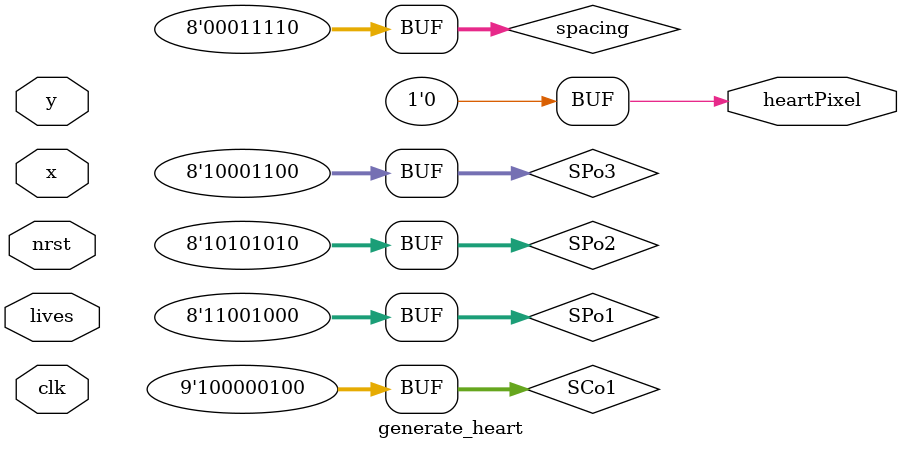
<source format=sv>

module generate_heart (
 // This module intakes coordinates of the blocks containing the heart and outputs the pixel the heart is on
 input  logic       clk, nrst,
 input  logic [8:0] x, // not needded since SCo1 and SPo1 is hardcoded
 input  logic [7:0] y, // not needded since SCo1 and SPo1 is hardcoded
 input  logic [1:0] lives,
 output logic       heartPixel
);
 logic [7:0] spacing =  30;
 logic [8:0] SCo1    = 260;                    // first heart x coordinates         <--- module's input x
 logic [7:0] SPo1    = 200;                    // top    heart y coordinates        <--- module's input y
 logic [7:0] SPo2    = SPo1 -  spacing;        // second heart y coordinates
 logic [7:0] SPo3    = SPo1 - (spacing * 2);   // third  heart y coordinates


assign heartPixel = 0;
endmodule
/*
 logic heartDetect; // 1 bit since boolean 0 or 1
 //logic [1:0] death;


 always_comb begin


  if ((
  // heart 1 permpixel
     ((x == SCo1 + 10) && (y == SPo1 +  0))                         // row 0
  || (((x >= SCo1 +  9) && (x <= SCo1 + 11)) &&   (y == SPo1 +  1)) // row 1
  || (((x >= SCo1 +  8) && (x <= SCo1 + 12)) &&   (y == SPo1 +  2)) // row 2
  || (((x >= SCo1 +  7) && (x <= SCo1 + 13)) &&   (y == SPo1 +  3)) // row 3
  || (((x >= SCo1 +  6) && (x <= SCo1 + 14)) &&   (y == SPo1 +  4)) // row 4
  || (((x >= SCo1 +  5) && (x <= SCo1 + 15)) &&   (y == SPo1 +  5)) // row 5
  || (((x >= SCo1 +  4) && (x <= SCo1 + 16)) &&   (y == SPo1 +  6)) // row 6
  || (((x >= SCo1 +  3) && (x <= SCo1 + 17)) &&   (y == SPo1 +  7)) // row 7
  || (((x >= SCo1 +  2) && (x <= SCo1 + 18)) &&   (y == SPo1 +  8)) // row 8
  || ((((x >= SCo1 +  3) && (x <= SCo1 +  8)) || ((x >= SCo1 + 12) && (x <= SCo1 +  17))) && (y == SPo1 + 19)) // row 19
  || ((((x >= SCo1 +  5) && (x <= SCo1 +  7)) || ((x >= SCo1 + 13) && (x <= SCo1 +  15))) && (y == SPo1 + 20)) // row 20
  // heart 2 permpixel
  || (((x == SCo1 + 10) && (y == SPo2 +  0))                        // row 0
  || (((x >= SCo1 +  9) && (x <= SCo1 + 11)) &&   (y == SPo2 +  1)) // row 1
  || (((x >= SCo1 +  8) && (x <= SCo1 + 12)) &&   (y == SPo2 +  2)) // row 2
  || (((x >= SCo1 +  7) && (x <= SCo1 + 13)) &&   (y == SPo2 +  3)) // row 3
  || (((x >= SCo1 +  6) && (x <= SCo1 + 14)) &&   (y == SPo2 +  4)) // row 4
  || (((x >= SCo1 +  5) && (x <= SCo1 + 15)) &&   (y == SPo2 +  5)) // row 5
  || (((x >= SCo1 +  4) && (x <= SCo1 + 16)) &&   (y == SPo2 +  6)) // row 6
  || (((x >= SCo1 +  3) && (x <= SCo1 + 17)) &&   (y == SPo2 +  7)) // row 7
  || (((x >= SCo1 +  2) && (x <= SCo1 + 18)) &&   (y == SPo2 +  8)) // row 8
  || ((((x >= SCo1 +  3) && (x <= SCo1 +  8)) || ((x >= SCo1 + 12) && (x <= SCo1 +  17))) && (y == SPo2 + 19)) // row 19
  || ((((x >= SCo1 +  5) && (x <= SCo1 +  7)) || ((x >= SCo1 + 13) && (x <= SCo1 +  15))) && (y == SPo2 + 20)))// row 20
  // heart 3 permpixel
  || (((x == SCo1 + 10) && (y == SPo3 +  0))                        // row 0
  || (((x >= SCo1 +  9) && (x <= SCo1 + 11)) &&   (y == SPo3 +  1)) // row 1
  || (((x >= SCo1 +  8) && (x <= SCo1 + 12)) &&   (y == SPo3 +  2)) // row 2
  || (((x >= SCo1 +  7) && (x <= SCo1 + 13)) &&   (y == SPo3 +  3)) // row 3
  || (((x >= SCo1 +  6) && (x <= SCo1 + 14)) &&   (y == SPo3 +  4)) // row 4
  || (((x >= SCo1 +  5) && (x <= SCo1 + 15)) &&   (y == SPo3 +  5)) // row 5
  || (((x >= SCo1 +  4) && (x <= SCo1 + 16)) &&   (y == SPo3 +  6)) // row 6
  || (((x >= SCo1 +  3) && (x <= SCo1 + 17)) &&   (y == SPo3 +  7)) // row 7
  || (((x >= SCo1 +  2) && (x <= SCo1 + 18)) &&   (y == SPo3 +  8)) // row 8
  || ((((x >= SCo1 +  3) && (x <= SCo1 +  8)) || ((x >= SCo1 + 12) && (x <= SCo1 +  17))) && (y == SPo3 + 19))   // row 19
  || ((((x >= SCo1 +  5) && (x <= SCo1 +  7)) || ((x >= SCo1 + 13) && (x <= SCo1 +  15))) && (y == SPo3 + 20)))) // row 20


  // all hearts uncracked
  || ((lives == 3)
     // heart 1 no crack
     && ((((x >= SCo1 +  1) && (x <= SCo1 + 19)) && (((y >= SPo1 +  9) && (y <= SPo1 + 10)) || ((y >= SPo1 + 16) && (y <= SPo1 + 17)))) // row 9, 10, 16, 17
     ||  (((x >= SCo1 +  0) && (x <= SCo1 + 20)) &&  ((y >= SPo1 + 11) && (y <= SPo1 + 15)))                                            // row 11, 12, 13, 14, 15
     || ((((x >= SCo1 +  2) && (x <= SCo1 +  9)) || ((x >= SCo1 + 11) && (x <= SCo1 +  18))) && (y == SPo1 + 18))                       // row 18
     // heart 2 no crack
     || (((x >= SCo1 +  1) && (x <= SCo1 + 19)) && (((y >= SPo2 +  9) && (y <= SPo2 + 10)) || ((y >= SPo2 + 16) && (y <= SPo2 + 17))))
     || (((x >= SCo1 +  0) && (x <= SCo1 + 20)) &&  ((y >= SPo2 + 11) && (y <= SPo2 + 15)))
     || ((((x >= SCo1 +  2) && (x <= SCo1 +  9)) || ((x >= SCo1 + 11) && (x <= SCo1 +  18))) && (y == SPo2 + 18))
     // heart 3 no crack
     || (((x >= SCo1 +  1) && (x <= SCo1 + 19)) && (((y >= SPo3 +  9) && (y <= SPo3 + 10)) || ((y >= SPo3 + 16) && (y <= SPo3 + 17))))
     || (((x >= SCo1 +  0) && (x <= SCo1 + 20)) &&  ((y >= SPo3 + 11) && (y <= SPo3 + 15)))
     || ((((x >= SCo1 +  2) && (x <= SCo1 +  9)) || ((x >= SCo1 + 11) && (x <= SCo1 +  18))) && (y == SPo3 + 18))))


 // bottom heart cracked
 || ((lives == 2)
    // heart 1 no crack
    && ((((x >= SCo1 +  1) && (x <= SCo1 + 19)) && (((y >= SPo1 +  9) && (y <= SPo1 + 10)) || ((y >= SPo1 + 16) && (y <= SPo1 + 17))))
    ||  (((x >= SCo1 +  0) && (x <= SCo1 + 20)) &&  ((y >= SPo1 + 11) && (y <= SPo1 + 15)))
    || ((((x >= SCo1 +  2) && (x <= SCo1 +  9)) || ((x >= SCo1 + 11) && (x <= SCo1 +  18))) && (y == SPo1 + 18))
    // heart 2 no crack
    || (((x >= SCo1 +  1) && (x <= SCo1 + 19)) && (((y >= SPo2 +  9) && (y <= SPo2 + 10)) || ((y >= SPo2 + 16) && (y <= SPo2 + 17))))
    || (((x >= SCo1 +  0) && (x <= SCo1 + 20)) &&  ((y >= SPo2 + 11) && (y <= SPo2 + 15)))
    || ((((x >= SCo1 +  2) && (x <= SCo1 +  9)) || ((x >= SCo1 + 11) && (x <= SCo1 +  18))) && (y == SPo2 + 18))
    // heart 3 crack
    || ((((x >= SCo1 +  1) && (x <= SCo1 + 10)) || ((x >= SCo1 + 12) && (x <= SCo1 +  19))) && (y == SPo3 +  9))   // row 9
    || ((((x >= SCo1 +  1) && (x <= SCo1 +  9)) || ((x >= SCo1 + 12) && (x <= SCo1 +  19))) && (y == SPo3 + 10))   // row 10
    || ((((x >= SCo1 +  0) && (x <= SCo1 +  9)) || ((x >= SCo1 + 11) && (x <= SCo1 +  20))) && (y == SPo3 + 11))   // row 11
    || ((((x >= SCo1 +  0) && (x <= SCo1 +  8)) || ((x >= SCo1 + 11) && (x <= SCo1 +  20))) && (y == SPo3 + 12))   // row 12
    || ((((x >= SCo1 +  0) && (x <= SCo1 +  7)) || ((x >= SCo1 + 10) && (x <= SCo1 +  20))) && (y == SPo3 + 13))   // row 13
    || ((((x >= SCo1 +  0) && (x <= SCo1 +  8)) || ((x >= SCo1 + 11) && (x <= SCo1 +  20))) && (y == SPo3 + 14))   // row 14
    || ((((x >= SCo1 +  0) && (x <= SCo1 +  9)) || ((x >= SCo1 + 12) && (x <= SCo1 +  20))) && (y == SPo3 + 15))   // row 15
    || ((((x >= SCo1 +  1) && (x <= SCo1 + 10)) || ((x >= SCo1 + 13) && (x <= SCo1 +  19))) && (y == SPo3 + 16))   // row 16
    || ((((x >= SCo1 +  1) && (x <= SCo1 +  9)) || ((x >= SCo1 + 12) && (x <= SCo1 +  19))) && (y == SPo3 + 17))   // row 17
    || ((((x >= SCo1 +  2) && (x <= SCo1 +  8)) || ((x >= SCo1 + 11) && (x <= SCo1 +  18))) && (y == SPo3 + 18)))) // row 18


 // middle heart also cracked
 || ((lives == 1)
    // heart 1 no crack
    && ((((x >= SCo1 +  1) && (x <= SCo1 + 19)) && (((y >= SPo1 +  9) && (y <= SPo1 + 10)) || ((y >= SPo1 + 16) && (y <= SPo1 + 17))))
    ||  (((x >= SCo1 +  0) && (x <= SCo1 + 20)) &&  ((y >= SPo1 + 11) && (y <= SPo1 + 15)))
    || ((((x >= SCo1 +  2) && (x <= SCo1 +  9)) || ((x >= SCo1 + 11) && (x <= SCo1 +  18))) && (y == SPo1 + 18))
    // heart 2 crack
    || ((((x >= SCo1 +  1) && (x <= SCo1 + 10)) || ((x >= SCo1 + 12) && (x <= SCo1 +  19))) && (y == SPo2 +  9))
    || ((((x >= SCo1 +  1) && (x <= SCo1 +  9)) || ((x >= SCo1 + 12) && (x <= SCo1 +  19))) && (y == SPo2 + 10))
    || ((((x >= SCo1 +  0) && (x <= SCo1 +  9)) || ((x >= SCo1 + 11) && (x <= SCo1 +  20))) && (y == SPo2 + 11))
    || ((((x >= SCo1 +  0) && (x <= SCo1 +  8)) || ((x >= SCo1 + 11) && (x <= SCo1 +  20))) && (y == SPo2 + 12))
    || ((((x >= SCo1 +  0) && (x <= SCo1 +  7)) || ((x >= SCo1 + 10) && (x <= SCo1 +  20))) && (y == SPo2 + 13))
    || ((((x >= SCo1 +  0) && (x <= SCo1 +  8)) || ((x >= SCo1 + 11) && (x <= SCo1 +  20))) && (y == SPo2 + 14))
    || ((((x >= SCo1 +  0) && (x <= SCo1 +  9)) || ((x >= SCo1 + 12) && (x <= SCo1 +  20))) && (y == SPo2 + 15))
    || ((((x >= SCo1 +  1) && (x <= SCo1 + 10)) || ((x >= SCo1 + 13) && (x <= SCo1 +  19))) && (y == SPo2 + 16))
    || ((((x >= SCo1 +  1) && (x <= SCo1 +  9)) || ((x >= SCo1 + 12) && (x <= SCo1 +  19))) && (y == SPo2 + 17))
    || ((((x >= SCo1 +  2) && (x <= SCo1 +  8)) || ((x >= SCo1 + 11) && (x <= SCo1 +  18))) && (y == SPo2 + 18))
    // heart 3 crack
    || ((((x >= SCo1 +  1) && (x <= SCo1 + 10)) || ((x >= SCo1 + 12) && (x <= SCo1 +  19))) && (y == SPo3 +  9))
    || ((((x >= SCo1 +  1) && (x <= SCo1 +  9)) || ((x >= SCo1 + 12) && (x <= SCo1 +  19))) && (y == SPo3 + 10))
    || ((((x >= SCo1 +  0) && (x <= SCo1 +  9)) || ((x >= SCo1 + 11) && (x <= SCo1 +  20))) && (y == SPo3 + 11))
    || ((((x >= SCo1 +  0) && (x <= SCo1 +  8)) || ((x >= SCo1 + 11) && (x <= SCo1 +  20))) && (y == SPo3 + 12))
    || ((((x >= SCo1 +  0) && (x <= SCo1 +  7)) || ((x >= SCo1 + 10) && (x <= SCo1 +  20))) && (y == SPo3 + 13))
    || ((((x >= SCo1 +  0) && (x <= SCo1 +  8)) || ((x >= SCo1 + 11) && (x <= SCo1 +  20))) && (y == SPo3 + 14))
    || ((((x >= SCo1 +  0) && (x <= SCo1 +  9)) || ((x >= SCo1 + 12) && (x <= SCo1 +  20))) && (y == SPo3 + 15))
    || ((((x >= SCo1 +  1) && (x <= SCo1 + 10)) || ((x >= SCo1 + 13) && (x <= SCo1 +  19))) && (y == SPo3 + 16))
    || ((((x >= SCo1 +  1) && (x <= SCo1 +  9)) || ((x >= SCo1 + 12) && (x <= SCo1 +  19))) && (y == SPo3 + 17))
    || ((((x >= SCo1 +  2) && (x <= SCo1 +  8)) || ((x >= SCo1 + 11) && (x <= SCo1 +  18))) && (y == SPo3 + 18))))


 // top heart also cracked
 || ((lives == 0)
    // heart 1 crack
    && (((((x >= SCo1 +  1) && (x <= SCo1 + 10)) || ((x >= SCo1 + 12) && (x <= SCo1 +  19))) && (y == SPo1 +  9))
    || ((((x >= SCo1 +  1) && (x <= SCo1 +  9)) || ((x >= SCo1 + 12) && (x <= SCo1 +  19))) && (y == SPo1 + 10))
    || ((((x >= SCo1 +  0) && (x <= SCo1 +  9)) || ((x >= SCo1 + 11) && (x <= SCo1 +  20))) && (y == SPo1 + 11))
    || ((((x >= SCo1 +  0) && (x <= SCo1 +  8)) || ((x >= SCo1 + 11) && (x <= SCo1 +  20))) && (y == SPo1 + 12))
    || ((((x >= SCo1 +  0) && (x <= SCo1 +  7)) || ((x >= SCo1 + 10) && (x <= SCo1 +  20))) && (y == SPo1 + 13))
    || ((((x >= SCo1 +  0) && (x <= SCo1 +  8)) || ((x >= SCo1 + 11) && (x <= SCo1 +  20))) && (y == SPo1 + 14))
    || ((((x >= SCo1 +  0) && (x <= SCo1 +  9)) || ((x >= SCo1 + 12) && (x <= SCo1 +  20))) && (y == SPo1 + 15))
    || ((((x >= SCo1 +  1) && (x <= SCo1 + 10)) || ((x >= SCo1 + 13) && (x <= SCo1 +  19))) && (y == SPo1 + 16))
    || ((((x >= SCo1 +  1) && (x <= SCo1 +  9)) || ((x >= SCo1 + 12) && (x <= SCo1 +  19))) && (y == SPo1 + 17))
    || ((((x >= SCo1 +  2) && (x <= SCo1 +  8)) || ((x >= SCo1 + 11) && (x <= SCo1 +  18))) && (y == SPo1 + 18))
    // heart 2 crack
    || ((((x >= SCo1 +  1) && (x <= SCo1 + 10)) || ((x >= SCo1 + 12) && (x <= SCo1 +  19))) && (y == SPo2 +  9))
    || ((((x >= SCo1 +  1) && (x <= SCo1 +  9)) || ((x >= SCo1 + 12) && (x <= SCo1 +  19))) && (y == SPo2 + 10))
    || ((((x >= SCo1 +  0) && (x <= SCo1 +  9)) || ((x >= SCo1 + 11) && (x <= SCo1 +  20))) && (y == SPo2 + 11))
    || ((((x >= SCo1 +  0) && (x <= SCo1 +  8)) || ((x >= SCo1 + 11) && (x <= SCo1 +  20))) && (y == SPo2 + 12))
    || ((((x >= SCo1 +  0) && (x <= SCo1 +  7)) || ((x >= SCo1 + 10) && (x <= SCo1 +  20))) && (y == SPo2 + 13))
    || ((((x >= SCo1 +  0) && (x <= SCo1 +  8)) || ((x >= SCo1 + 11) && (x <= SCo1 +  20))) && (y == SPo2 + 14))
    || ((((x >= SCo1 +  0) && (x <= SCo1 +  9)) || ((x >= SCo1 + 12) && (x <= SCo1 +  20))) && (y == SPo2 + 15))
    || ((((x >= SCo1 +  1) && (x <= SCo1 + 10)) || ((x >= SCo1 + 13) && (x <= SCo1 +  19))) && (y == SPo2 + 16))
    || ((((x >= SCo1 +  1) && (x <= SCo1 +  9)) || ((x >= SCo1 + 12) && (x <= SCo1 +  19))) && (y == SPo2 + 17))
    || ((((x >= SCo1 +  2) && (x <= SCo1 +  8)) || ((x >= SCo1 + 11) && (x <= SCo1 +  18))) && (y == SPo2 + 18))
    // heart 3 crack
    || ((((x >= SCo1 +  1) && (x <= SCo1 + 10)) || ((x >= SCo1 + 12) && (x <= SCo1 +  19))) && (y == SPo3 +  9))
    || ((((x >= SCo1 +  1) && (x <= SCo1 +  9)) || ((x >= SCo1 + 12) && (x <= SCo1 +  19))) && (y == SPo3 + 10))
    || ((((x >= SCo1 +  0) && (x <= SCo1 +  9)) || ((x >= SCo1 + 11) && (x <= SCo1 +  20))) && (y == SPo3 + 11))
    || ((((x >= SCo1 +  0) && (x <= SCo1 +  8)) || ((x >= SCo1 + 11) && (x <= SCo1 +  20))) && (y == SPo3 + 12))
    || ((((x >= SCo1 +  0) && (x <= SCo1 +  7)) || ((x >= SCo1 + 10) && (x <= SCo1 +  20))) && (y == SPo3 + 13))
    || ((((x >= SCo1 +  0) && (x <= SCo1 +  8)) || ((x >= SCo1 + 11) && (x <= SCo1 +  20))) && (y == SPo3 + 14))
    || ((((x >= SCo1 +  0) && (x <= SCo1 +  9)) || ((x >= SCo1 + 12) && (x <= SCo1 +  20))) && (y == SPo3 + 15))
    || ((((x >= SCo1 +  1) && (x <= SCo1 + 10)) || ((x >= SCo1 + 13) && (x <= SCo1 +  19))) && (y == SPo3 + 16))
    || ((((x >= SCo1 +  1) && (x <= SCo1 +  9)) || ((x >= SCo1 + 12) && (x <= SCo1 +  19))) && (y == SPo3 + 17))
    || ((((x >= SCo1 +  2) && (x <= SCo1 +  8)) || ((x >= SCo1 + 11) && (x <= SCo1 +  18))) && (y == SPo3 + 18))))


   ) begin
     heartDetect = 1;
   end else begin
     heartDetect = 0;
   end
 end


 always_ff @(posedge clk) begin
   heartPixel <= heartDetect;
 end
endmodule
*/
</source>
